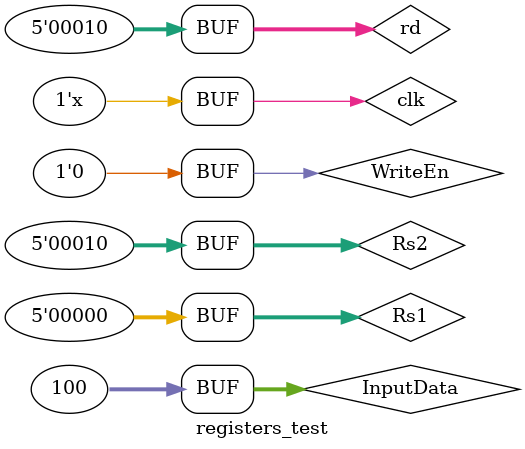
<source format=sv>
`timescale 1 ps / 1 ps
module registers_test();

	logic WriteEn,clk;
	logic [4:0] Rs1, Rs2, rd;
	logic [31:0]InputData;
	logic [31:0]Rout1, Rout2;

	registers DUT(WriteEn, clk, Rs1, Rs2, rd, InputData, Rout1, Rout2);
	
	initial begin
		
		WriteEn = 0;
		clk = 0;
		Rs1 = 5'd0;
		Rs2 = 5'd2; 
		rd = 5'd0;
		#5 InputData = 32'd100;
		
		
		#7 WriteEn = 1;
		#7 WriteEn = 0;
		
		#5 rd = 5'd2;
		
		#7 WriteEn = 1;
		#7 WriteEn = 0;
		
	
	end

	always
		#5 clk <= !clk;
	
endmodule
</source>
